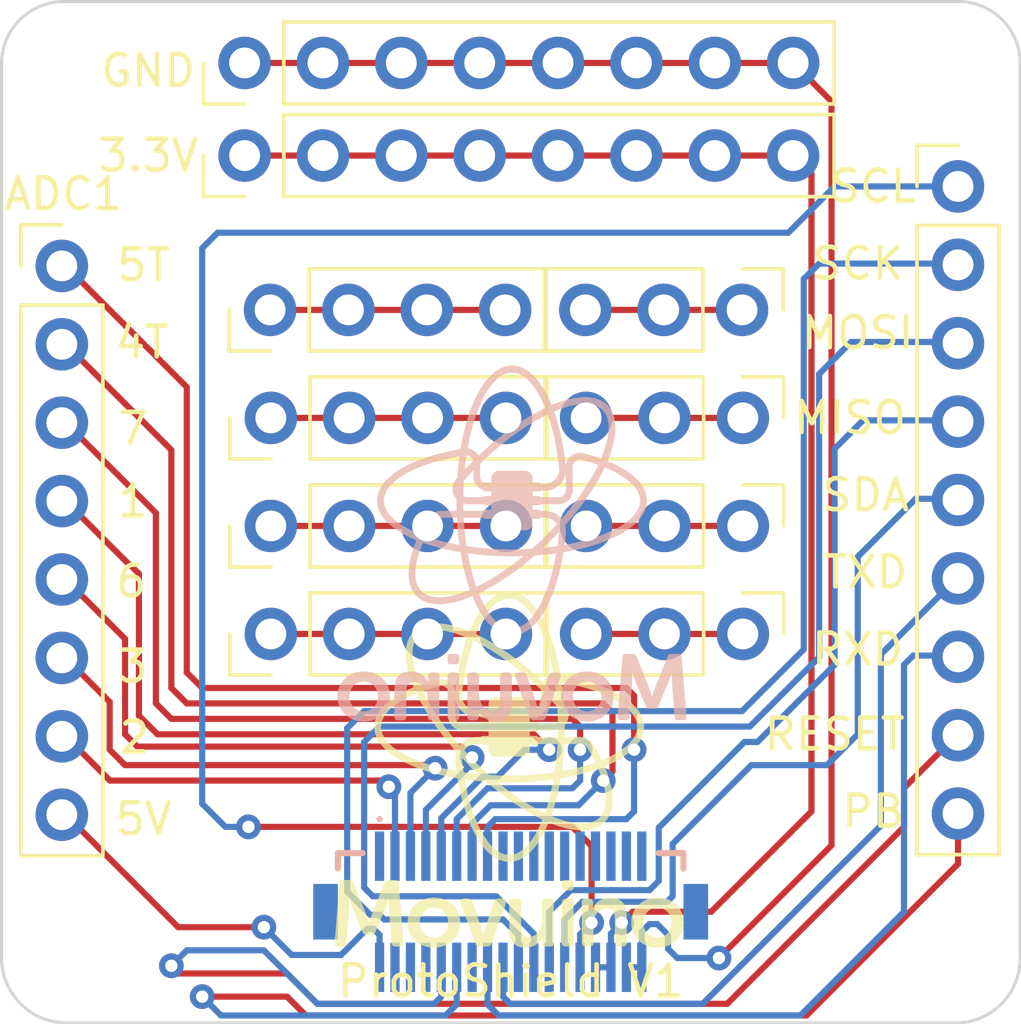
<source format=kicad_pcb>
(kicad_pcb (version 20211014) (generator pcbnew)
  (layers (0 "F.Cu" signal) (31 "B.Cu" signal) (34 "B.Paste" user) (35 "F.Paste" user) (36 "B.SilkS" user "B.Silkscreen") (37 "F.SilkS" user "F.Silkscreen") (38 "B.Mask" user) (39 "F.Mask" user) (44 "Edge.Cuts" user))
  (net 0 "")
  (net 1 "GND")
  (net 2 "SCL")
  (net 3 "SDA")
  (net 4 "ADC1.2")
  (net 5 "ADC1.3")
  (net 6 "ADC1.6")
  (net 7 "PB")
  (net 8 "ADC1.1")
  (net 9 "RESET")
  (net 10 "ADC1.7")
  (net 11 "ADC1.4T")
  (net 12 "ADC1.5T")
  (net 13 "RXD")
  (net 14 "TXD")
  (net 15 "SCK")
  (net 16 "MOSI")
  (net 17 "MISO")
  (net 18 "+5V")
  (net 19 "+3V3")
  (footprint "Connector_PinHeader_2.54mm:PinHeader_1x03_P2.54mm_Vertical" (layer "F.Cu") (at 161.775 65.25 -90)
    (fp_text reference "REF**" hide)
    (fp_text value "PinHeader_1x03_P2.54mm_Vertical" hide)
    (pad "1" thru_hole circle (at 0 0 270) (size 1.7 1.7) (drill 1) (layers *.Cu *.Mask))
    (pad "2" thru_hole oval (at 0 2.54 270) (size 1.7 1.7) (drill 1) (layers *.Cu *.Mask))
    (pad "3" thru_hole oval (at 0 5.08 270) (size 1.7 1.7) (drill 1) (layers *.Cu *.Mask))
  )
  (footprint "MovuinoESP8266:LOGO_MOVUINO_BMP_11MM-BOTTOM" (layer "F.Cu") (at 154.25 64.45)
    (fp_text reference "U$8" hide)
    (fp_text value "LOGO_MOVUINOBOTTOM_11MM" hide)
  )
  (footprint "" (layer "F.Cu") (at 139.75 79.25)
    (fp_text reference "" (at 0 0) (layer "F.SilkS") (effects (font (size 1.27 1.27))))
    (fp_text value "" (at 0 0) (layer "F.SilkS") (effects (font (size 1.27 1.27))))
    (pad "" np_thru_hole circle locked (at 0 0) (size 2.2 2.2) (drill 2.2) (layers *.Cu *.Mask))
  )
  (footprint "Connector_PinHeader_2.54mm:PinHeader_1x08_P2.54mm_Vertical" (layer "F.Cu") (at 139.7 56.825)
    (fp_text reference "7" (at 2.3 5.275) (layer "F.SilkS"))
    (fp_text value "PinHeader_1x08_P2.54mm_Vertical" hide)
    (pad "1" thru_hole circle (at 0 0) (size 1.7 1.7) (drill 1) (layers *.Cu *.Mask) (net 12 "ADC1.5T"))
    (pad "2" thru_hole oval (at 0 2.54) (size 1.7 1.7) (drill 1) (layers *.Cu *.Mask) (net 11 "ADC1.4T"))
    (pad "3" thru_hole oval (at 0 5.08) (size 1.7 1.7) (drill 1) (layers *.Cu *.Mask) (net 10 "ADC1.7"))
    (pad "4" thru_hole oval (at 0 7.62) (size 1.7 1.7) (drill 1) (layers *.Cu *.Mask) (net 8 "ADC1.1"))
    (pad "5" thru_hole oval (at 0 10.16) (size 1.7 1.7) (drill 1) (layers *.Cu *.Mask) (net 6 "ADC1.6"))
    (pad "6" thru_hole oval (at 0 12.7) (size 1.7 1.7) (drill 1) (layers *.Cu *.Mask) (net 5 "ADC1.3"))
    (pad "7" thru_hole oval (at 0 15.24) (size 1.7 1.7) (drill 1) (layers *.Cu *.Mask) (net 4 "ADC1.2"))
    (pad "8" thru_hole oval (at 0 17.78) (size 1.7 1.7) (drill 1) (layers *.Cu *.Mask) (net 18 "+5V"))
  )
  (footprint "" (layer "F.Cu") (at 139.75 50.25)
    (fp_text reference "" (at 0 0) (layer "F.SilkS") (effects (font (size 1.27 1.27))))
    (fp_text value "" (at 0 0) (layer "F.SilkS") (effects (font (size 1.27 1.27))))
    (pad "" np_thru_hole circle locked (at 0 0) (size 2.2 2.2) (drill 2.2) (layers *.Cu *.Mask))
  )
  (footprint "Connector_PinHeader_2.54mm:PinHeader_1x04_P2.54mm_Vertical" (layer "F.Cu") (at 146.475 68.75 90)
    (fp_text reference "REF**" hide)
    (fp_text value "PinHeader_1x04_P2.54mm_Vertical" hide)
    (pad "1" thru_hole circle (at 0 0 90) (size 1.7 1.7) (drill 1) (layers *.Cu *.Mask))
    (pad "2" thru_hole oval (at 0 2.54 90) (size 1.7 1.7) (drill 1) (layers *.Cu *.Mask))
    (pad "3" thru_hole oval (at 0 5.08 90) (size 1.7 1.7) (drill 1) (layers *.Cu *.Mask))
    (pad "4" thru_hole oval (at 0 7.62 90) (size 1.7 1.7) (drill 1) (layers *.Cu *.Mask))
  )
  (footprint "Connector_PinHeader_2.54mm:PinHeader_1x04_P2.54mm_Vertical" (layer "F.Cu") (at 146.475 61.75 90)
    (fp_text reference "REF**" hide)
    (fp_text value "PinHeader_1x04_P2.54mm_Vertical" hide)
    (pad "1" thru_hole circle (at 0 0 90) (size 1.7 1.7) (drill 1) (layers *.Cu *.Mask))
    (pad "2" thru_hole oval (at 0 2.54 90) (size 1.7 1.7) (drill 1) (layers *.Cu *.Mask))
    (pad "3" thru_hole oval (at 0 5.08 90) (size 1.7 1.7) (drill 1) (layers *.Cu *.Mask))
    (pad "4" thru_hole oval (at 0 7.62 90) (size 1.7 1.7) (drill 1) (layers *.Cu *.Mask))
  )
  (footprint "Connector_PinHeader_2.54mm:PinHeader_1x03_P2.54mm_Vertical" (layer "F.Cu") (at 161.75 58.25 -90)
    (fp_text reference "REF**" hide)
    (fp_text value "PinHeader_1x03_P2.54mm_Vertical" hide)
    (pad "1" thru_hole circle (at 0 0 270) (size 1.7 1.7) (drill 1) (layers *.Cu *.Mask))
    (pad "2" thru_hole oval (at 0 2.54 270) (size 1.7 1.7) (drill 1) (layers *.Cu *.Mask))
    (pad "3" thru_hole oval (at 0 5.08 270) (size 1.7 1.7) (drill 1) (layers *.Cu *.Mask))
  )
  (footprint "Connector_PinHeader_2.54mm:PinHeader_1x09_P2.54mm_Vertical" (layer "F.Cu") (at 168.75 54.25)
    (fp_text reference "REF**" hide)
    (fp_text value "PinHeader_1x09_P2.54mm_Vertical" hide)
    (pad "1" thru_hole circle (at 0 0) (size 1.7 1.7) (drill 1) (layers *.Cu *.Mask) (net 2 "SCL"))
    (pad "2" thru_hole oval (at 0 2.54) (size 1.7 1.7) (drill 1) (layers *.Cu *.Mask) (net 15 "SCK"))
    (pad "3" thru_hole oval (at 0 5.08) (size 1.7 1.7) (drill 1) (layers *.Cu *.Mask) (net 16 "MOSI"))
    (pad "4" thru_hole oval (at 0 7.62) (size 1.7 1.7) (drill 1) (layers *.Cu *.Mask) (net 17 "MISO"))
    (pad "5" thru_hole oval (at 0 10.16) (size 1.7 1.7) (drill 1) (layers *.Cu *.Mask) (net 3 "SDA"))
    (pad "6" thru_hole oval (at 0 12.7) (size 1.7 1.7) (drill 1) (layers *.Cu *.Mask) (net 14 "TXD"))
    (pad "7" thru_hole oval (at 0 15.24) (size 1.7 1.7) (drill 1) (layers *.Cu *.Mask) (net 13 "RXD"))
    (pad "8" thru_hole oval (at 0 17.78) (size 1.7 1.7) (drill 1) (layers *.Cu *.Mask) (net 7 "PB"))
    (pad "9" thru_hole oval (at 0 20.32) (size 1.7 1.7) (drill 1) (layers *.Cu *.Mask) (net 9 "RESET"))
  )
  (footprint "" (layer "F.Cu") (at 168.75 79.25)
    (fp_text reference "" (at 0 0) (layer "F.SilkS") (effects (font (size 1.27 1.27))))
    (fp_text value "" (at 0 0) (layer "F.SilkS") (effects (font (size 1.27 1.27))))
    (pad "" np_thru_hole circle locked (at 0 0) (size 2.2 2.2) (drill 2.2) (layers *.Cu *.Mask))
  )
  (footprint "Connector_PinHeader_2.54mm:PinHeader_1x03_P2.54mm_Vertical" (layer "F.Cu") (at 161.775 68.75 -90)
    (fp_text reference "REF**" hide)
    (fp_text value "PinHeader_1x03_P2.54mm_Vertical" hide)
    (pad "1" thru_hole circle (at 0 0 270) (size 1.7 1.7) (drill 1) (layers *.Cu *.Mask))
    (pad "2" thru_hole oval (at 0 2.54 270) (size 1.7 1.7) (drill 1) (layers *.Cu *.Mask))
    (pad "3" thru_hole oval (at 0 5.08 270) (size 1.7 1.7) (drill 1) (layers *.Cu *.Mask))
  )
  (footprint "Connector_PinHeader_2.54mm:PinHeader_1x03_P2.54mm_Vertical" (layer "F.Cu") (at 161.775 61.75 -90)
    (fp_text reference "REF**" hide)
    (fp_text value "PinHeader_1x03_P2.54mm_Vertical" hide)
    (pad "1" thru_hole circle (at 0 0 270) (size 1.7 1.7) (drill 1) (layers *.Cu *.Mask))
    (pad "2" thru_hole oval (at 0 2.54 270) (size 1.7 1.7) (drill 1) (layers *.Cu *.Mask))
    (pad "3" thru_hole oval (at 0 5.08 270) (size 1.7 1.7) (drill 1) (layers *.Cu *.Mask))
  )
  (footprint "Connector_PinHeader_2.54mm:PinHeader_1x08_P2.54mm_Vertical" (layer "F.Cu") (at 145.625 53.25 90)
    (fp_text reference "REF**" hide)
    (fp_text value "PinHeader_1x08_P2.54mm_Vertical" hide)
    (pad "1" thru_hole circle (at 0 0 90) (size 1.7 1.7) (drill 1) (layers *.Cu *.Mask) (net 19 "+3V3"))
    (pad "2" thru_hole oval (at 0 2.54 90) (size 1.7 1.7) (drill 1) (layers *.Cu *.Mask) (net 19 "+3V3"))
    (pad "3" thru_hole oval (at 0 5.08 90) (size 1.7 1.7) (drill 1) (layers *.Cu *.Mask) (net 19 "+3V3"))
    (pad "4" thru_hole oval (at 0 7.62 90) (size 1.7 1.7) (drill 1) (layers *.Cu *.Mask) (net 19 "+3V3"))
    (pad "5" thru_hole oval (at 0 10.16 90) (size 1.7 1.7) (drill 1) (layers *.Cu *.Mask) (net 19 "+3V3"))
    (pad "6" thru_hole oval (at 0 12.7 90) (size 1.7 1.7) (drill 1) (layers *.Cu *.Mask) (net 19 "+3V3"))
    (pad "7" thru_hole oval (at 0 15.24 90) (size 1.7 1.7) (drill 1) (layers *.Cu *.Mask) (net 19 "+3V3"))
    (pad "8" thru_hole oval (at 0 17.78 90) (size 1.7 1.7) (drill 1) (layers *.Cu *.Mask) (net 19 "+3V3"))
  )
  (footprint "Connector_PinHeader_2.54mm:PinHeader_1x08_P2.54mm_Vertical" (layer "F.Cu") (at 145.625 50.25 90)
    (fp_text reference "REF**" hide)
    (fp_text value "PinHeader_1x08_P2.54mm_Vertical" hide)
    (pad "1" thru_hole circle (at 0 0 90) (size 1.7 1.7) (drill 1) (layers *.Cu *.Mask) (net 1 "GND"))
    (pad "2" thru_hole oval (at 0 2.54 90) (size 1.7 1.7) (drill 1) (layers *.Cu *.Mask) (net 1 "GND"))
    (pad "3" thru_hole oval (at 0 5.08 90) (size 1.7 1.7) (drill 1) (layers *.Cu *.Mask) (net 1 "GND"))
    (pad "4" thru_hole oval (at 0 7.62 90) (size 1.7 1.7) (drill 1) (layers *.Cu *.Mask) (net 1 "GND"))
    (pad "5" thru_hole oval (at 0 10.16 90) (size 1.7 1.7) (drill 1) (layers *.Cu *.Mask) (net 1 "GND"))
    (pad "6" thru_hole oval (at 0 12.7 90) (size 1.7 1.7) (drill 1) (layers *.Cu *.Mask) (net 1 "GND"))
    (pad "7" thru_hole oval (at 0 15.24 90) (size 1.7 1.7) (drill 1) (layers *.Cu *.Mask) (net 1 "GND"))
    (pad "8" thru_hole oval (at 0 17.78 90) (size 1.7 1.7) (drill 1) (layers *.Cu *.Mask) (net 1 "GND"))
  )
  (footprint "Connector_PinHeader_2.54mm:PinHeader_1x04_P2.54mm_Vertical" (layer "F.Cu") (at 146.45 58.25 90)
    (fp_text reference "REF**" hide)
    (fp_text value "PinHeader_1x04_P2.54mm_Vertical" hide)
    (pad "1" thru_hole circle (at 0 0 90) (size 1.7 1.7) (drill 1) (layers *.Cu *.Mask))
    (pad "2" thru_hole oval (at 0 2.54 90) (size 1.7 1.7) (drill 1) (layers *.Cu *.Mask))
    (pad "3" thru_hole oval (at 0 5.08 90) (size 1.7 1.7) (drill 1) (layers *.Cu *.Mask))
    (pad "4" thru_hole oval (at 0 7.62 90) (size 1.7 1.7) (drill 1) (layers *.Cu *.Mask))
  )
  (footprint "" (layer "F.Cu") (at 168.75 50.25)
    (fp_text reference "" (at 0 0) (layer "F.SilkS") (effects (font (size 1.27 1.27))))
    (fp_text value "" (at 0 0) (layer "F.SilkS") (effects (font (size 1.27 1.27))))
    (pad "" np_thru_hole circle locked (at 0 0) (size 2.2 2.2) (drill 2.2) (layers *.Cu *.Mask))
  )
  (footprint "Connector_PinHeader_2.54mm:PinHeader_1x04_P2.54mm_Vertical" (layer "F.Cu") (at 146.475 65.25 90)
    (fp_text reference "REF**" hide)
    (fp_text value "PinHeader_1x04_P2.54mm_Vertical" hide)
    (pad "1" thru_hole circle (at 0 0 90) (size 1.7 1.7) (drill 1) (layers *.Cu *.Mask))
    (pad "2" thru_hole oval (at 0 2.54 90) (size 1.7 1.7) (drill 1) (layers *.Cu *.Mask))
    (pad "3" thru_hole oval (at 0 5.08 90) (size 1.7 1.7) (drill 1) (layers *.Cu *.Mask))
    (pad "4" thru_hole oval (at 0 7.62 90) (size 1.7 1.7) (drill 1) (layers *.Cu *.Mask))
  )
  (footprint "DF12_3.0_-36DP-0.5V_86_:DF123036DP05V86" (layer "B.Cu") (at 154.25 77.75)
    (fp_text reference "J6" hide)
    (fp_text value "DF12_3.0_-36DP_0.5V_86_" hide)
    (pad "1" smd rect (at -4.25 -1.8) (size 0.3 1.6) (layers "B.Cu" "B.Paste" "B.Mask"))
    (pad "2" smd rect (at -4.25 1.8) (size 0.3 1.6) (layers "B.Cu" "B.Paste" "B.Mask") (net 18 "+5V"))
    (pad "3" smd rect (at -3.75 -1.8) (size 0.3 1.6) (layers "B.Cu" "B.Paste" "B.Mask") (net 4 "ADC1.2"))
    (pad "4" smd rect (at -3.75 1.8) (size 0.3 1.6) (layers "B.Cu" "B.Paste" "B.Mask"))
    (pad "5" smd rect (at -3.25 -1.8) (size 0.3 1.6) (layers "B.Cu" "B.Paste" "B.Mask") (net 5 "ADC1.3"))
    (pad "6" smd rect (at -3.25 1.8) (size 0.3 1.6) (layers "B.Cu" "B.Paste" "B.Mask"))
    (pad "7" smd rect (at -2.75 -1.8) (size 0.3 1.6) (layers "B.Cu" "B.Paste" "B.Mask") (net 6 "ADC1.6"))
    (pad "8" smd rect (at -2.75 1.8) (size 0.3 1.6) (layers "B.Cu" "B.Paste" "B.Mask"))
    (pad "9" smd rect (at -2.25 -1.8) (size 0.3 1.6) (layers "B.Cu" "B.Paste" "B.Mask") (net 8 "ADC1.1"))
    (pad "10" smd rect (at -2.25 1.8) (size 0.3 1.6) (layers "B.Cu" "B.Paste" "B.Mask") (net 7 "PB"))
    (pad "11" smd rect (at -1.75 -1.8) (size 0.3 1.6) (layers "B.Cu" "B.Paste" "B.Mask") (net 10 "ADC1.7"))
    (pad "12" smd rect (at -1.75 1.8) (size 0.3 1.6) (layers "B.Cu" "B.Paste" "B.Mask") (net 9 "RESET"))
    (pad "13" smd rect (at -1.25 -1.8) (size 0.3 1.6) (layers "B.Cu" "B.Paste" "B.Mask") (net 11 "ADC1.4T"))
    (pad "14" smd rect (at -1.25 1.8) (size 0.3 1.6) (layers "B.Cu" "B.Paste" "B.Mask"))
    (pad "15" smd rect (at -0.75 -1.8) (size 0.3 1.6) (layers "B.Cu" "B.Paste" "B.Mask") (net 12 "ADC1.5T"))
    (pad "16" smd rect (at -0.75 1.8) (size 0.3 1.6) (layers "B.Cu" "B.Paste" "B.Mask") (net 13 "RXD"))
    (pad "17" smd rect (at -0.25 -1.8) (size 0.3 1.6) (layers "B.Cu" "B.Paste" "B.Mask"))
    (pad "18" smd rect (at -0.25 1.8) (size 0.3 1.6) (layers "B.Cu" "B.Paste" "B.Mask") (net 14 "TXD"))
    (pad "19" smd rect (at 0.25 -1.8) (size 0.3 1.6) (layers "B.Cu" "B.Paste" "B.Mask"))
    (pad "20" smd rect (at 0.25 1.8) (size 0.3 1.6) (layers "B.Cu" "B.Paste" "B.Mask") (net 15 "SCK"))
    (pad "21" smd rect (at 0.75 -1.8) (size 0.3 1.6) (layers "B.Cu" "B.Paste" "B.Mask"))
    (pad "22" smd rect (at 0.75 1.8) (size 0.3 1.6) (layers "B.Cu" "B.Paste" "B.Mask") (net 16 "MOSI"))
    (pad "23" smd rect (at 1.25 -1.8) (size 0.3 1.6) (layers "B.Cu" "B.Paste" "B.Mask"))
    (pad "24" smd rect (at 1.25 1.8) (size 0.3 1.6) (layers "B.Cu" "B.Paste" "B.Mask") (net 17 "MISO"))
    (pad "25" smd rect (at 1.75 -1.8) (size 0.3 1.6) (layers "B.Cu" "B.Paste" "B.Mask"))
    (pad "26" smd rect (at 1.75 1.8) (size 0.3 1.6) (layers "B.Cu" "B.Paste" "B.Mask") (net 3 "SDA"))
    (pad "27" smd rect (at 2.25 -1.8) (size 0.3 1.6) (layers "B.Cu" "B.Paste" "B.Mask"))
    (pad "28" smd rect (at 2.25 1.8) (size 0.3 1.6) (layers "B.Cu" "B.Paste" "B.Mask") (net 2 "SCL"))
    (pad "29" smd rect (at 2.75 -1.8) (size 0.3 1.6) (layers "B.Cu" "B.Paste" "B.Mask"))
    (pad "30" smd rect (at 2.75 1.8) (size 0.3 1.6) (layers "B.Cu" "B.Paste" "B.Mask") (net 19 "+3V3"))
    (pad "31" smd rect (at 3.25 -1.8) (size 0.3 1.6) (layers "B.Cu" "B.Paste" "B.Mask"))
    (pad "32" smd rect (at 3.25 1.8) (size 0.3 1.6) (layers "B.Cu" "B.Paste" "B.Mask") (net 19 "+3V3"))
    (pad "33" smd rect (at 3.75 -1.8) (size 0.3 1.6) (layers "B.Cu" "B.Paste" "B.Mask"))
    (pad "34" smd rect (at 3.75 1.8) (size 0.3 1.6) (layers "B.Cu" "B.Paste" "B.Mask") (net 1 "GND"))
    (pad "35" smd rect (at 4.25 -1.8) (size 0.3 1.6) (layers "B.Cu" "B.Paste" "B.Mask"))
    (pad "36" smd rect (at 4.25 1.8) (size 0.3 1.6) (layers "B.Cu" "B.Paste" "B.Mask") (net 1 "GND"))
    (pad "MP1" smd rect (at -6 0) (size 0.8 1.8) (layers "B.Cu" "B.Paste" "B.Mask"))
    (pad "MP2" smd rect (at 6 0) (size 0.8 1.8) (layers "B.Cu" "B.Paste" "B.Mask"))
  )
  (footprint "MovuinoESP8266:LOGO_MOVUINO_BMP_11MM-BOTTOM" (layer "B.Cu") (at 154.242 71.778 180)
    (fp_text reference "U$8" hide)
    (fp_text value "LOGO_MOVUINOBOTTOM_11MM" hide)
  )
  (gr_arc (start 168.765786 48.26) (mid 170.18 48.845786) (end 170.765786 50.26) (layer "Edge.Cuts") (width 0.1))
  (gr_line (start 137.745786 50.26) (end 137.745786 79.26) (layer "Edge.Cuts") (width 0.1))
  (gr_arc (start 139.75 81.35) (mid 138.333841 80.702056) (end 137.745786 79.26) (layer "Edge.Cuts") (width 0.1))
  (gr_line (start 170.765786 50.26) (end 170.765786 79.26) (layer "Edge.Cuts") (width 0.1))
  (gr_line (start 139.75 81.35) (end 168.75 81.35) (layer "Edge.Cuts") (width 0.1))
  (gr_arc (start 170.765786 79.26) (mid 170.179724 80.711852) (end 168.75 81.35) (layer "Edge.Cuts") (width 0.1))
  (gr_line (start 139.765786 48.26) (end 168.765786 48.26) (layer "Edge.Cuts") (width 0.1))
  (gr_arc (start 137.745786 50.26) (mid 138.344488 48.844589) (end 139.765786 48.26) (layer "Edge.Cuts") (width 0.1))
  (gr_text "SCL" (at 166 54.25) (layer "F.SilkS") (effects (font (size 1 1))))
  (gr_text "SCK" (at 165.5 56.75) (layer "F.SilkS") (effects (font (size 1 1))))
  (gr_text "SDA" (at 165.75 64.25) (layer "F.SilkS") (effects (font (size 1 1))))
  (gr_text "MOSI" (at 165.5 59) (layer "F.SilkS") (effects (font (size 1 1))))
  (gr_text "ProtoShield V1" (at 154.25 80) (layer "F.SilkS") (effects (font (size 1 1))))
  (gr_text "TXD" (at 165.75 66.75) (layer "F.SilkS") (effects (font (size 1 1))))
  (gr_text "5T" (at 142.35 56.8) (layer "F.SilkS") (effects (font (size 1 1))))
  (gr_text "4T" (at 142.3 59.3) (layer "F.SilkS") (effects (font (size 1 1))))
  (gr_text "3.3V" (at 142.5 53.25) (layer "F.SilkS") (effects (font (size 1 1))))
  (gr_text "MISO" (at 165.25 61.75) (layer "F.SilkS") (effects (font (size 1 1))))
  (gr_text "RESET" (at 164.75 72) (layer "F.SilkS") (effects (font (size 1 1))))
  (gr_text "GND" (at 142.5 50.5) (layer "F.SilkS") (effects (font (size 1 1))))
  (gr_text "5V" (at 142.35 74.75) (layer "F.SilkS") (effects (font (size 1 1))))
  (gr_text "PB" (at 166 74.5) (layer "F.SilkS") (effects (font (size 1 1))))
  (gr_text "3" (at 142 69.8) (layer "F.SilkS") (effects (font (size 1 1))))
  (gr_text "6" (at 141.95 67.05) (layer "F.SilkS") (effects (font (size 1 1))))
  (gr_text "RXD" (at 165.5 69.25) (layer "F.SilkS") (effects (font (size 1 1))))
  (gr_text "1" (at 142 64.45) (layer "F.SilkS") (effects (font (size 1 1))))
  (gr_text "2" (at 142.05 72.1) (layer "F.SilkS") (effects (font (size 1 1))))
  (gr_text "ADC1" (at 139.75 54.5) (layer "F.SilkS") (effects (font (size 1 1))))
  (segment (start 156.695 61.75) (end 161.775 61.75) (width 0.2) (layer "F.Cu") (net 0))
  (segment (start 146.475 61.75) (end 154.095 61.75) (width 0.2) (layer "F.Cu") (net 0))
  (segment (start 146.475 68.75) (end 154.095 68.75) (width 0.2) (layer "F.Cu") (net 0))
  (segment (start 146.45 58.25) (end 154.07 58.25) (width 0.2) (layer "F.Cu") (net 0))
  (segment (start 156.695 68.75) (end 161.775 68.75) (width 0.2) (layer "F.Cu") (net 0))
  (segment (start 156.695 65.25) (end 161.775 65.25) (width 0.2) (layer "F.Cu") (net 0))
  (segment (start 154.095 65.25) (end 146.475 65.25) (width 0.2) (layer "F.Cu") (net 0))
  (segment (start 156.67 58.25) (end 161.75 58.25) (width 0.2) (layer "F.Cu") (net 0))
  (segment (start 164.65 51.495) (end 163.405 50.25) (width 0.2) (layer "F.Cu") (net 1))
  (segment (start 145.625 50.25) (end 163.405 50.25) (width 0.2) (layer "F.Cu") (net 1))
  (segment (start 164.65 75.6) (end 164.65 51.495) (width 0.2) (layer "F.Cu") (net 1))
  (segment (start 161 79.25) (end 164.65 75.6) (width 0.2) (layer "F.Cu") (net 1))
  (via (at 161 79.25) (size 0.8) (drill 0.4) (layers "F.Cu" "B.Cu") (net 1))
  (segment (start 158.5 78.4) (end 158.75 78.15) (width 0.2) (layer "B.Cu") (net 1))
  (segment (start 159.35 78.5) (end 159.35 78.95) (width 0.2) (layer "B.Cu") (net 1))
  (segment (start 159.35 78.95) (end 159.65 79.25) (width 0.2) (layer "B.Cu") (net 1))
  (segment (start 159 78.15) (end 159.35 78.5) (width 0.2) (layer "B.Cu") (net 1))
  (segment (start 158.5 79.55) (end 158.5 78.4) (width 0.2) (layer "B.Cu") (net 1))
  (segment (start 158.75 78.15) (end 159 78.15) (width 0.2) (layer "B.Cu") (net 1))
  (segment (start 158 79.55) (end 158.5 79.55) (width 0.2) (layer "B.Cu") (net 1))
  (segment (start 159.65 79.25) (end 161 79.25) (width 0.2) (layer "B.Cu") (net 1))
  (segment (start 156.872697 75.622697) (end 156.25 75) (width 0.2) (layer "F.Cu") (net 2))
  (segment (start 156.872697 78.10462) (end 156.872697 75.622697) (width 0.2) (layer "F.Cu") (net 2))
  (segment (start 156.25 75) (end 145.75 75) (width 0.2) (layer "F.Cu") (net 2))
  (via (at 145.75 75) (size 0.8) (drill 0.4) (layers "F.Cu" "B.Cu") (net 2))
  (via (at 156.872697 78.10462) (size 0.8) (drill 0.4) (layers "F.Cu" "B.Cu") (net 2))
  (segment (start 156.5 78.477317) (end 156.5 79.55) (width 0.2) (layer "B.Cu") (net 2))
  (segment (start 156.872697 78.10462) (end 156.5 78.477317) (width 0.2) (layer "B.Cu") (net 2))
  (segment (start 164.75 54.25) (end 168.75 54.25) (width 0.2) (layer "B.Cu") (net 2))
  (segment (start 145.75 75) (end 145 75) (width 0.2) (layer "B.Cu") (net 2))
  (segment (start 145 75) (end 144.25 74.25) (width 0.2) (layer "B.Cu") (net 2))
  (segment (start 163.25 55.75) (end 164.75 54.25) (width 0.2) (layer "B.Cu") (net 2))
  (segment (start 144.25 56.25) (end 144.75 55.75) (width 0.2) (layer "B.Cu") (net 2))
  (segment (start 144.25 74.25) (end 144.25 56.25) (width 0.2) (layer "B.Cu") (net 2))
  (segment (start 144.75 55.75) (end 163.25 55.75) (width 0.2) (layer "B.Cu") (net 2))
  (segment (start 156 79.55) (end 156 78) (width 0.2) (layer "B.Cu") (net 3))
  (segment (start 165.5 66.25) (end 167.38 64.37) (width 0.2) (layer "B.Cu") (net 3))
  (segment (start 159.5 75.55) (end 162.05 73) (width 0.2) (layer "B.Cu") (net 3))
  (segment (start 159.5 77.25) (end 159.5 75.55) (width 0.2) (layer "B.Cu") (net 3))
  (segment (start 162.05 73) (end 164.5 73) (width 0.2) (layer "B.Cu") (net 3))
  (segment (start 156.57268 77.42732) (end 159.32268 77.42732) (width 0.2) (layer "B.Cu") (net 3))
  (segment (start 156 78) (end 156.57268 77.42732) (width 0.2) (layer "B.Cu") (net 3))
  (segment (start 159.32268 77.42732) (end 159.5 77.25) (width 0.2) (layer "B.Cu") (net 3))
  (segment (start 164.5 73) (end 165.5 72) (width 0.2) (layer "B.Cu") (net 3))
  (segment (start 165.5 72) (end 165.5 66.25) (width 0.2) (layer "B.Cu") (net 3))
  (segment (start 167.38 64.37) (end 168.75 64.37) (width 0.2) (layer "B.Cu") (net 3))
  (segment (start 141.26 73.5) (end 139.75 71.99) (width 0.2) (layer "F.Cu") (net 4))
  (segment (start 150.3 73.7) (end 150.1 73.5) (width 0.2) (layer "F.Cu") (net 4))
  (segment (start 150.1 73.5) (end 141.26 73.5) (width 0.2) (layer "F.Cu") (net 4))
  (via (at 150.3 73.7) (size 0.8) (drill 0.4) (layers "F.Cu" "B.Cu") (net 4))
  (segment (start 150.3 73.7) (end 150.5 73.9) (width 0.2) (layer "B.Cu") (net 4))
  (segment (start 150.5 73.9) (end 150.5 75.95) (width 0.2) (layer "B.Cu") (net 4))
  (segment (start 151.8 73.1) (end 151.7 73) (width 0.2) (layer "F.Cu") (net 5))
  (segment (start 141.75 73) (end 141.25 72.5) (width 0.2) (layer "F.Cu") (net 5))
  (segment (start 141.25 72.5) (end 141.25 70.95) (width 0.2) (layer "F.Cu") (net 5))
  (segment (start 141.25 70.95) (end 139.75 69.45) (width 0.2) (layer "F.Cu") (net 5))
  (segment (start 151.7 73) (end 141.75 73) (width 0.2) (layer "F.Cu") (net 5))
  (via (at 151.8 73.1) (size 0.8) (drill 0.4) (layers "F.Cu" "B.Cu") (net 5))
  (segment (start 151 73.9) (end 151 75.95) (width 0.2) (layer "B.Cu") (net 5))
  (segment (start 151.8 73.1) (end 151 73.9) (width 0.2) (layer "B.Cu") (net 5))
  (segment (start 139.75 66.91) (end 141.75 68.91) (width 0.2) (layer "F.Cu") (net 6))
  (segment (start 141.75 72) (end 142.15 72.4) (width 0.2) (layer "F.Cu") (net 6))
  (segment (start 141.75 68.91) (end 141.75 72) (width 0.2) (layer "F.Cu") (net 6))
  (segment (start 142.15 72.4) (end 152.65 72.4) (width 0.2) (layer "F.Cu") (net 6))
  (segment (start 152.65 72.4) (end 153 72.75) (width 0.2) (layer "F.Cu") (net 6))
  (via (at 153 72.75) (size 0.8) (drill 0.4) (layers "F.Cu" "B.Cu") (net 6))
  (segment (start 151.5 74.45) (end 153 72.95) (width 0.2) (layer "B.Cu") (net 6))
  (segment (start 151.5 75.95) (end 151.5 74.45) (width 0.2) (layer "B.Cu") (net 6))
  (segment (start 153 72.95) (end 153 72.75) (width 0.2) (layer "B.Cu") (net 6))
  (segment (start 147 79.75) (end 147.98316 80.73316) (width 0.2) (layer "F.Cu") (net 7))
  (segment (start 147.98316 80.73316) (end 161.26684 80.73316) (width 0.2) (layer "F.Cu") (net 7))
  (segment (start 167 75) (end 167 73.74) (width 0.2) (layer "F.Cu") (net 7))
  (segment (start 143.5 79.75) (end 147 79.75) (width 0.2) (layer "F.Cu") (net 7))
  (segment (start 143.25 79.5) (end 143.5 79.75) (width 0.2) (layer "F.Cu") (net 7))
  (segment (start 167 73.74) (end 168.75 71.99) (width 0.2) (layer "F.Cu") (net 7))
  (segment (start 161.26684 80.73316) (end 167 75) (width 0.2) (layer "F.Cu") (net 7))
  (via (at 143.25 79.5) (size 0.8) (drill 0.4) (layers "F.Cu" "B.Cu") (net 7))
  (segment (start 143.25 79.5) (end 143.75 79) (width 0.2) (layer "B.Cu") (net 7))
  (segment (start 143.75 79) (end 146.25 79) (width 0.2) (layer "B.Cu") (net 7))
  (segment (start 146.25 79) (end 147.98316 80.73316) (width 0.2) (layer "B.Cu") (net 7))
  (segment (start 152 80.5) (end 152 79.55) (width 0.2) (layer "B.Cu") (net 7))
  (segment (start 151.76684 80.73316) (end 152 80.5) (width 0.2) (layer "B.Cu") (net 7))
  (segment (start 147.98316 80.73316) (end 151.76684 80.73316) (width 0.2) (layer "B.Cu") (net 7))
  (segment (start 142.2 66.8) (end 142.2 71.4) (width 0.2) (layer "F.Cu") (net 8))
  (segment (start 155 72) (end 155.5 72.5) (width 0.2) (layer "F.Cu") (net 8))
  (segment (start 139.75 64.37) (end 141.88 66.5) (width 0.2) (layer "F.Cu") (net 8))
  (segment (start 142.8 72) (end 155 72) (width 0.2) (layer "F.Cu") (net 8))
  (segment (start 141.9 66.5) (end 142.2 66.8) (width 0.2) (layer "F.Cu") (net 8))
  (segment (start 142.2 71.4) (end 142.8 72) (width 0.2) (layer "F.Cu") (net 8))
  (segment (start 141.88 66.5) (end 141.9 66.5) (width 0.2) (layer "F.Cu") (net 8))
  (via (at 155.5 72.5) (size 0.8) (drill 0.4) (layers "F.Cu" "B.Cu") (net 8))
  (segment (start 154.7 72.5) (end 155.5 72.5) (width 0.2) (layer "B.Cu") (net 8))
  (segment (start 152 75.95) (end 152 74.716389) (width 0.2) (layer "B.Cu") (net 8))
  (segment (start 152 74.716389) (end 153.343709 73.37268) (width 0.2) (layer "B.Cu") (net 8))
  (segment (start 153.343709 73.37268) (end 153.82732 73.37268) (width 0.2) (layer "B.Cu") (net 8))
  (segment (start 153.82732 73.37268) (end 154.7 72.5) (width 0.2) (layer "B.Cu") (net 8))
  (segment (start 144.25 80.5) (end 147 80.5) (width 0.2) (layer "F.Cu") (net 9))
  (segment (start 163.83952 81.11048) (end 168.75 76.2) (width 0.2) (layer "F.Cu") (net 9))
  (segment (start 147 80.5) (end 147.61048 81.11048) (width 0.2) (layer "F.Cu") (net 9))
  (segment (start 147.61048 81.11048) (end 163.83952 81.11048) (width 0.2) (layer "F.Cu") (net 9))
  (segment (start 168.75 76.2) (end 168.75 74.53) (width 0.2) (layer "F.Cu") (net 9))
  (via (at 144.25 80.5) (size 0.8) (drill 0.4) (layers "F.Cu" "B.Cu") (net 9))
  (segment (start 152.13952 81.11048) (end 152.5 80.75) (width 0.2) (layer "B.Cu") (net 9))
  (segment (start 144.86048 81.11048) (end 152.13952 81.11048) (width 0.2) (layer "B.Cu") (net 9))
  (segment (start 152.5 80.75) (end 152.5 79.55) (width 0.2) (layer "B.Cu") (net 9))
  (segment (start 144.25 80.5) (end 144.86048 81.11048) (width 0.2) (layer "B.Cu") (net 9))
  (segment (start 143.25 71.5) (end 156.25 71.5) (width 0.2) (layer "F.Cu") (net 10))
  (segment (start 139.75 61.83) (end 142.75 64.83) (width 0.2) (layer "F.Cu") (net 10))
  (segment (start 156.25 71.5) (end 156.5 71.75) (width 0.2) (layer "F.Cu") (net 10))
  (segment (start 142.75 71) (end 143.25 71.5) (width 0.2) (layer "F.Cu") (net 10))
  (segment (start 156.5 71.75) (end 156.5 72.5) (width 0.2) (layer "F.Cu") (net 10))
  (segment (start 142.75 64.83) (end 142.75 71) (width 0.2) (layer "F.Cu") (net 10))
  (via (at 156.5 72.5) (size 0.8) (drill 0.4) (layers "F.Cu" "B.Cu") (net 10))
  (segment (start 152.5 75.95) (end 152.5 74.75) (width 0.2) (layer "B.Cu") (net 10))
  (segment (start 152.5 74.75) (end 153.5 73.75) (width 0.2) (layer "B.Cu") (net 10))
  (segment (start 156.5 73.5) (end 156.5 72.5) (width 0.2) (layer "B.Cu") (net 10))
  (segment (start 156.25 73.75) (end 156.5 73.5) (width 0.2) (layer "B.Cu") (net 10))
  (segment (start 153.5 73.75) (end 156.25 73.75) (width 0.2) (layer "B.Cu") (net 10))
  (segment (start 157.25 71) (end 143.75 71) (width 0.2) (layer "F.Cu") (net 11))
  (segment (start 157.25 73.5) (end 157.55 73.2) (width 0.2) (layer "F.Cu") (net 11))
  (segment (start 157.55 71.3) (end 157.25 71) (width 0.2) (layer "F.Cu") (net 11))
  (segment (start 157.55 73.2) (end 157.55 71.3) (width 0.2) (layer "F.Cu") (net 11))
  (segment (start 143.75 71) (end 143.25 70.5) (width 0.2) (layer "F.Cu") (net 11))
  (segment (start 143.25 62.79) (end 139.75 59.29) (width 0.2) (layer "F.Cu") (net 11))
  (segment (start 143.25 70.5) (end 143.25 62.79) (width 0.2) (layer "F.Cu") (net 11))
  (via (at 157.25 73.5) (size 0.8) (drill 0.4) (layers "F.Cu" "B.Cu") (net 11))
  (segment (start 157.25 73.5) (end 156.45 74.3) (width 0.2) (layer "B.Cu") (net 11))
  (segment (start 153 74.9) (end 153 75.95) (width 0.2) (layer "B.Cu") (net 11))
  (segment (start 153.6 74.3) (end 153 74.9) (width 0.2) (layer "B.Cu") (net 11))
  (segment (start 156.45 74.3) (end 153.6 74.3) (width 0.2) (layer "B.Cu") (net 11))
  (segment (start 158 70.5) (end 158.25 70.75) (width 0.2) (layer "F.Cu") (net 12))
  (segment (start 158.25 70.75) (end 158.25 72.5) (width 0.2) (layer "F.Cu") (net 12))
  (segment (start 143.75 70) (end 143.75 60.75) (width 0.2) (layer "F.Cu") (net 12))
  (segment (start 144.25 70.5) (end 158 70.5) (width 0.2) (layer "F.Cu") (net 12))
  (segment (start 143.75 60.75) (end 139.75 56.75) (width 0.2) (layer "F.Cu") (net 12))
  (segment (start 143.75 70) (end 144.25 70.5) (width 0.2) (layer "F.Cu") (net 12))
  (via (at 158.25 72.5) (size 0.8) (drill 0.4) (layers "F.Cu" "B.Cu") (net 12))
  (segment (start 153.5 75) (end 153.75 74.75) (width 0.2) (layer "B.Cu") (net 12))
  (segment (start 158 74.75) (end 158.25 74.5) (width 0.2) (layer "B.Cu") (net 12))
  (segment (start 153.5 75.95) (end 153.5 75) (width 0.2) (layer "B.Cu") (net 12))
  (segment (start 153.75 74.75) (end 158 74.75) (width 0.2) (layer "B.Cu") (net 12))
  (segment (start 158.25 74.5) (end 158.25 72.5) (width 0.2) (layer "B.Cu") (net 12))
  (segment (start 163.63952 81.11048) (end 167 77.75) (width 0.2) (layer "B.Cu") (net 13))
  (segment (start 153.5 79.55) (end 153.5 80.75) (width 0.2) (layer "B.Cu") (net 13))
  (segment (start 167.3 69.45) (end 168.75 69.45) (width 0.2) (layer "B.Cu") (net 13))
  (segment (start 153.5 80.75) (end 153.86048 81.11048) (width 0.2) (layer "B.Cu") (net 13))
  (segment (start 167 69.75) (end 167.3 69.45) (width 0.2) (layer "B.Cu") (net 13))
  (segment (start 167 77.75) (end 167 69.75) (width 0.2) (layer "B.Cu") (net 13))
  (segment (start 153.86048 81.11048) (end 163.63952 81.11048) (width 0.2) (layer "B.Cu") (net 13))
  (segment (start 160.474703 80.73316) (end 166.25 74.957863) (width 0.2) (layer "B.Cu") (net 14))
  (segment (start 166.25 74.957863) (end 166.25 69.41) (width 0.2) (layer "B.Cu") (net 14))
  (segment (start 166.25 69.41) (end 168.75 66.91) (width 0.2) (layer "B.Cu") (net 14))
  (segment (start 154.23316 80.73316) (end 160.474703 80.73316) (width 0.2) (layer "B.Cu") (net 14))
  (segment (start 154 80.5) (end 154.23316 80.73316) (width 0.2) (layer "B.Cu") (net 14))
  (segment (start 154 79.55) (end 154 80.5) (width 0.2) (layer "B.Cu") (net 14))
  (segment (start 164.25 56.75) (end 168.75 56.75) (width 0.2) (layer "B.Cu") (net 15))
  (segment (start 150.15 78) (end 150 77.85) (width 0.2) (layer "B.Cu") (net 15))
  (segment (start 154.5 79.55) (end 154.5 78.5) (width 0.2) (layer "B.Cu") (net 15))
  (segment (start 161.75 71.25) (end 163.75 69.25) (width 0.2) (layer "B.Cu") (net 15))
  (segment (start 148.95 77.1) (end 148.95 71.8) (width 0.2) (layer "B.Cu") (net 15))
  (segment (start 163.75 69.25) (end 163.75 57.25) (width 0.2) (layer "B.Cu") (net 15))
  (segment (start 149.7 77.85) (end 148.95 77.1) (width 0.2) (layer "B.Cu") (net 15))
  (segment (start 150 77.85) (end 149.7 77.85) (width 0.2) (layer "B.Cu") (net 15))
  (segment (start 163.75 57.25) (end 164.25 56.75) (width 0.2) (layer "B.Cu") (net 15))
  (segment (start 148.95 71.8) (end 149.5 71.25) (width 0.2) (layer "B.Cu") (net 15))
  (segment (start 149.5 71.25) (end 161.75 71.25) (width 0.2) (layer "B.Cu") (net 15))
  (segment (start 154 78) (end 150.15 78) (width 0.2) (layer "B.Cu") (net 15))
  (segment (start 154.5 78.5) (end 154 78) (width 0.2) (layer "B.Cu") (net 15))
  (segment (start 164.25 60.325) (end 164.25 69.5) (width 0.2) (layer "B.Cu") (net 16))
  (segment (start 165.285 59.29) (end 164.25 60.325) (width 0.2) (layer "B.Cu") (net 16))
  (segment (start 153.783612 77.25) (end 155 78.466388) (width 0.2) (layer "B.Cu") (net 16))
  (segment (start 168.75 59.29) (end 165.285 59.29) (width 0.2) (layer "B.Cu") (net 16))
  (segment (start 164.25 69.5) (end 162 71.75) (width 0.2) (layer "B.Cu") (net 16))
  (segment (start 149.5 76.966388) (end 149.783612 77.25) (width 0.2) (layer "B.Cu") (net 16))
  (segment (start 150 71.75) (end 149.5 72.25) (width 0.2) (layer "B.Cu") (net 16))
  (segment (start 162 71.75) (end 150 71.75) (width 0.2) (layer "B.Cu") (net 16))
  (segment (start 149.5 72.25) (end 149.5 76.966388) (width 0.2) (layer "B.Cu") (net 16))
  (segment (start 149.783612 77.25) (end 153.783612 77.25) (width 0.2) (layer "B.Cu") (net 16))
  (segment (start 155 78.466388) (end 155 79.55) (width 0.2) (layer "B.Cu") (net 16))
  (segment (start 162.25 72.25) (end 164.75 69.75) (width 0.2) (layer "B.Cu") (net 17))
  (segment (start 159.05 75.026414) (end 161.826414 72.25) (width 0.2) (layer "B.Cu") (net 17))
  (segment (start 164.75 69.75) (end 164.75 62.75) (width 0.2) (layer "B.Cu") (net 17))
  (segment (start 155.5 79.55) (end 155.5 77.75) (width 0.2) (layer "B.Cu") (net 17))
  (segment (start 158.75 77.05) (end 159.05 76.75) (width 0.2) (layer "B.Cu") (net 17))
  (segment (start 155.5 77.75) (end 156.2 77.05) (width 0.2) (layer "B.Cu") (net 17))
  (segment (start 165.67 61.83) (end 168.75 61.83) (width 0.2) (layer "B.Cu") (net 17))
  (segment (start 156.2 77.05) (end 158.75 77.05) (width 0.2) (layer "B.Cu") (net 17))
  (segment (start 159.05 76.75) (end 159.05 75.026414) (width 0.2) (layer "B.Cu") (net 17))
  (segment (start 161.826414 72.25) (end 162.25 72.25) (width 0.2) (layer "B.Cu") (net 17))
  (segment (start 164.75 62.75) (end 165.67 61.83) (width 0.2) (layer "B.Cu") (net 17))
  (segment (start 139.75 74.53) (end 143.47 78.25) (width 0.2) (layer "F.Cu") (net 18))
  (segment (start 143.47 78.25) (end 146.25 78.25) (width 0.2) (layer "F.Cu") (net 18))
  (via (at 146.25 78.25) (size 0.8) (drill 0.4) (layers "F.Cu" "B.Cu") (net 18))
  (segment (start 147.15 79.15) (end 146.25 78.25) (width 0.2) (layer "B.Cu") (net 18))
  (segment (start 148.75 79.15) (end 147.15 79.15) (width 0.2) (layer "B.Cu") (net 18))
  (segment (start 149.8 78.3) (end 149.6 78.3) (width 0.2) (layer "B.Cu") (net 18))
  (segment (start 149.6 78.3) (end 148.75 79.15) (width 0.2) (layer "B.Cu") (net 18))
  (segment (start 150 78.5) (end 149.8 78.3) (width 0.2) (layer "B.Cu") (net 18))
  (segment (start 150 79.55) (end 150 78.5) (width 0.2) (layer "B.Cu") (net 18))
  (segment (start 160.865 53.25) (end 163.405 53.25) (width 0.2) (layer "F.Cu") (net 19))
  (segment (start 164 53.845) (end 163.405 53.25) (width 0.2) (layer "F.Cu") (net 19))
  (segment (start 155.785 53.25) (end 158.325 53.25) (width 0.2) (layer "F.Cu") (net 19))
  (segment (start 153.245 53.25) (end 155.785 53.25) (width 0.2) (layer "F.Cu") (net 19))
  (segment (start 158.20462 77.75) (end 160.75 77.75) (width 0.2) (layer "F.Cu") (net 19))
  (segment (start 157.85 78.10462) (end 158.20462 77.75) (width 0.2) (layer "F.Cu") (net 19))
  (segment (start 148.165 53.25) (end 150.705 53.25) (width 0.2) (layer "F.Cu") (net 19))
  (segment (start 158.325 53.25) (end 160.865 53.25) (width 0.2) (layer "F.Cu") (net 19))
  (segment (start 160.75 77.75) (end 164 74.5) (width 0.2) (layer "F.Cu") (net 19))
  (segment (start 164 74.5) (end 164 53.845) (width 0.2) (layer "F.Cu") (net 19))
  (segment (start 145.625 53.25) (end 148.165 53.25) (width 0.2) (layer "F.Cu") (net 19))
  (segment (start 150.705 53.25) (end 153.245 53.25) (width 0.2) (layer "F.Cu") (net 19))
  (via (at 157.85 78.10462) (size 0.8) (drill 0.4) (layers "F.Cu" "B.Cu") (net 19))
  (segment (start 157.85 78.10462) (end 157.5 78.45462) (width 0.2) (layer "B.Cu") (net 19))
  (segment (start 157.5 78.45462) (end 157.5 79.55) (width 0.2) (layer "B.Cu") (net 19))
  (segment (start 157 79.55) (end 157.5 79.55) (width 0.2) (layer "B.Cu") (net 19))
)
</source>
